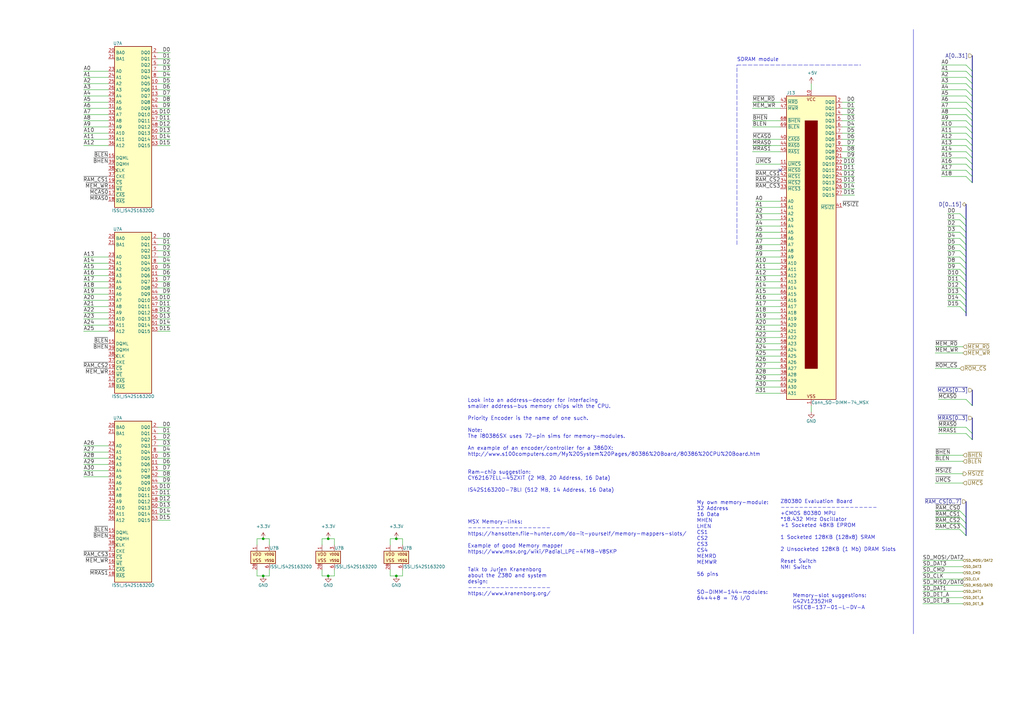
<source format=kicad_sch>
(kicad_sch (version 20211123) (generator eeschema)
  (paper "A3")
  (junction (at 107.95 236.22))
  (junction (at 107.95 220.98))
  (junction (at 134.62 220.98))
  (junction (at 162.56 236.22))
  (junction (at 162.56 220.98))
  (junction (at 134.62 236.22))
  (no_connect (at 320.04 69.85))
  (bus_entry (at 393.7 209.55) (size 2.54 2.54))
  (bus_entry (at 396.24 34.29) (size 2.54 2.54))
  (bus_entry (at 393.7 102.87) (size 2.54 2.54))
  (bus_entry (at 393.7 214.63) (size 2.54 2.54))
  (bus_entry (at 396.24 49.53) (size 2.54 2.54))
  (bus_entry (at 396.24 31.75) (size 2.54 2.54))
  (bus_entry (at 393.7 97.79) (size 2.54 2.54))
  (bus_entry (at 396.24 69.85) (size 2.54 2.54))
  (bus_entry (at 393.7 95.25) (size 2.54 2.54))
  (bus_entry (at 396.24 39.37) (size 2.54 2.54))
  (bus_entry (at 393.7 90.17) (size 2.54 2.54))
  (bus_entry (at 396.24 52.07) (size 2.54 2.54))
  (bus_entry (at 396.24 62.23) (size 2.54 2.54))
  (bus_entry (at 393.7 87.63) (size 2.54 2.54))
  (bus_entry (at 393.7 100.33) (size 2.54 2.54))
  (bus_entry (at 393.7 123.19) (size 2.54 2.54))
  (bus_entry (at 396.24 44.45) (size 2.54 2.54))
  (bus_entry (at 393.7 115.57) (size 2.54 2.54))
  (bus_entry (at 396.24 175.26) (size 2.54 2.54))
  (bus_entry (at 396.24 177.8) (size 2.54 2.54))
  (bus_entry (at 396.24 163.83) (size 2.54 2.54))
  (bus_entry (at 396.24 57.15) (size 2.54 2.54))
  (bus_entry (at 393.7 118.11) (size 2.54 2.54))
  (bus_entry (at 393.7 105.41) (size 2.54 2.54))
  (bus_entry (at 396.24 59.69) (size 2.54 2.54))
  (bus_entry (at 396.24 26.67) (size 2.54 2.54))
  (bus_entry (at 396.24 67.31) (size 2.54 2.54))
  (bus_entry (at 393.7 113.03) (size 2.54 2.54))
  (bus_entry (at 396.24 72.39) (size 2.54 2.54))
  (bus_entry (at 396.24 64.77) (size 2.54 2.54))
  (bus_entry (at 396.24 54.61) (size 2.54 2.54))
  (bus_entry (at 393.7 92.71) (size 2.54 2.54))
  (bus_entry (at 393.7 125.73) (size 2.54 2.54))
  (bus_entry (at 396.24 36.83) (size 2.54 2.54))
  (bus_entry (at 396.24 41.91) (size 2.54 2.54))
  (bus_entry (at 393.7 120.65) (size 2.54 2.54))
  (bus_entry (at 396.24 29.21) (size 2.54 2.54))
  (bus_entry (at 393.7 107.95) (size 2.54 2.54))
  (bus_entry (at 393.7 212.09) (size 2.54 2.54))
  (bus_entry (at 393.7 217.17) (size 2.54 2.54))
  (bus_entry (at 396.24 46.99) (size 2.54 2.54))
  (bus_entry (at 393.7 110.49) (size 2.54 2.54))
  (wire (pts (xy 107.95 220.98) (xy 110.49 220.98)))
  (bus (pts (xy 398.78 41.91) (xy 398.78 44.45)))
  (wire (pts (xy 393.7 87.63) (xy 388.62 87.63)))
  (wire (pts (xy 64.77 198.12) (xy 69.85 198.12)))
  (wire (pts (xy 64.77 125.73) (xy 69.85 125.73)))
  (wire (pts (xy 309.88 130.81) (xy 320.04 130.81)))
  (bus (pts (xy 396.24 90.17) (xy 396.24 92.71)))
  (wire (pts (xy 64.77 193.04) (xy 69.85 193.04)))
  (wire (pts (xy 64.77 135.89) (xy 69.85 135.89)))
  (wire (pts (xy 44.45 110.49) (xy 34.29 110.49)))
  (wire (pts (xy 165.1 220.98) (xy 165.1 223.52)))
  (wire (pts (xy 332.74 36.83) (xy 332.74 34.29)))
  (wire (pts (xy 393.7 107.95) (xy 388.62 107.95)))
  (wire (pts (xy 64.77 36.83) (xy 69.85 36.83)))
  (wire (pts (xy 34.29 193.04) (xy 44.45 193.04)))
  (bus (pts (xy 396.24 214.63) (xy 396.24 217.17)))
  (wire (pts (xy 34.29 185.42) (xy 44.45 185.42)))
  (wire (pts (xy 162.56 220.98) (xy 165.1 220.98)))
  (wire (pts (xy 34.29 125.73) (xy 44.45 125.73)))
  (wire (pts (xy 34.29 190.5) (xy 44.45 190.5)))
  (wire (pts (xy 396.24 52.07) (xy 386.08 52.07)))
  (wire (pts (xy 165.1 236.22) (xy 162.56 236.22)))
  (wire (pts (xy 396.24 26.67) (xy 386.08 26.67)))
  (bus (pts (xy 398.78 54.61) (xy 398.78 57.15)))
  (wire (pts (xy 309.88 151.13) (xy 320.04 151.13)))
  (wire (pts (xy 137.16 236.22) (xy 134.62 236.22)))
  (wire (pts (xy 105.41 220.98) (xy 105.41 223.52)))
  (wire (pts (xy 383.54 194.31) (xy 394.97 194.31)))
  (wire (pts (xy 64.77 180.34) (xy 69.85 180.34)))
  (wire (pts (xy 309.88 133.35) (xy 320.04 133.35)))
  (wire (pts (xy 378.46 247.65) (xy 394.97 247.65)))
  (bus (pts (xy 396.24 205.74) (xy 396.24 212.09)))
  (wire (pts (xy 393.7 90.17) (xy 388.62 90.17)))
  (wire (pts (xy 320.04 125.73) (xy 309.88 125.73)))
  (wire (pts (xy 110.49 220.98) (xy 110.49 223.52)))
  (wire (pts (xy 64.77 133.35) (xy 69.85 133.35)))
  (wire (pts (xy 320.04 87.63) (xy 309.88 87.63)))
  (bus (pts (xy 396.24 113.03) (xy 396.24 115.57)))
  (bus (pts (xy 396.24 100.33) (xy 396.24 102.87)))
  (wire (pts (xy 64.77 59.69) (xy 69.85 59.69)))
  (wire (pts (xy 44.45 31.75) (xy 34.29 31.75)))
  (wire (pts (xy 309.88 146.05) (xy 320.04 146.05)))
  (bus (pts (xy 396.24 105.41) (xy 396.24 107.95)))
  (wire (pts (xy 309.88 135.89) (xy 320.04 135.89)))
  (bus (pts (xy 398.78 59.69) (xy 398.78 62.23)))
  (wire (pts (xy 396.24 62.23) (xy 386.08 62.23)))
  (wire (pts (xy 396.24 31.75) (xy 386.08 31.75)))
  (wire (pts (xy 345.44 46.99) (xy 350.52 46.99)))
  (wire (pts (xy 320.04 92.71) (xy 309.88 92.71)))
  (wire (pts (xy 160.02 220.98) (xy 160.02 223.52)))
  (wire (pts (xy 378.46 234.95) (xy 394.97 234.95)))
  (bus (pts (xy 398.78 49.53) (xy 398.78 52.07)))
  (wire (pts (xy 64.77 57.15) (xy 69.85 57.15)))
  (wire (pts (xy 309.88 140.97) (xy 320.04 140.97)))
  (bus (pts (xy 398.78 72.39) (xy 398.78 74.93)))
  (wire (pts (xy 309.88 156.21) (xy 320.04 156.21)))
  (wire (pts (xy 64.77 182.88) (xy 69.85 182.88)))
  (wire (pts (xy 320.04 128.27) (xy 309.88 128.27)))
  (wire (pts (xy 393.7 110.49) (xy 388.62 110.49)))
  (wire (pts (xy 132.08 236.22) (xy 134.62 236.22)))
  (wire (pts (xy 393.7 209.55) (xy 383.54 209.55)))
  (bus (pts (xy 398.78 22.86) (xy 398.78 29.21)))
  (wire (pts (xy 320.04 57.15) (xy 308.61 57.15)))
  (wire (pts (xy 64.77 110.49) (xy 69.85 110.49)))
  (wire (pts (xy 44.45 49.53) (xy 34.29 49.53)))
  (wire (pts (xy 64.77 130.81) (xy 69.85 130.81)))
  (wire (pts (xy 64.77 177.8) (xy 69.85 177.8)))
  (wire (pts (xy 383.54 151.13) (xy 393.7 151.13)))
  (wire (pts (xy 64.77 97.79) (xy 69.85 97.79)))
  (wire (pts (xy 393.7 100.33) (xy 388.62 100.33)))
  (bus (pts (xy 396.24 97.79) (xy 396.24 100.33)))
  (wire (pts (xy 44.45 59.69) (xy 34.29 59.69)))
  (wire (pts (xy 110.49 236.22) (xy 107.95 236.22)))
  (bus (pts (xy 398.78 171.45) (xy 398.78 177.8)))
  (wire (pts (xy 44.45 54.61) (xy 34.29 54.61)))
  (wire (pts (xy 345.44 74.93) (xy 350.52 74.93)))
  (wire (pts (xy 394.97 186.69) (xy 383.54 186.69)))
  (wire (pts (xy 394.97 142.24) (xy 383.54 142.24)))
  (wire (pts (xy 44.45 29.21) (xy 34.29 29.21)))
  (bus (pts (xy 398.78 46.99) (xy 398.78 49.53)))
  (wire (pts (xy 107.95 220.98) (xy 105.41 220.98)))
  (wire (pts (xy 64.77 21.59) (xy 69.85 21.59)))
  (wire (pts (xy 64.77 107.95) (xy 69.85 107.95)))
  (wire (pts (xy 393.7 120.65) (xy 388.62 120.65)))
  (wire (pts (xy 64.77 118.11) (xy 69.85 118.11)))
  (wire (pts (xy 160.02 233.68) (xy 160.02 236.22)))
  (bus (pts (xy 398.78 52.07) (xy 398.78 54.61)))
  (wire (pts (xy 396.24 46.99) (xy 386.08 46.99)))
  (wire (pts (xy 396.24 44.45) (xy 386.08 44.45)))
  (wire (pts (xy 320.04 62.23) (xy 308.61 62.23)))
  (wire (pts (xy 320.04 85.09) (xy 309.88 85.09)))
  (wire (pts (xy 64.77 203.2) (xy 69.85 203.2)))
  (wire (pts (xy 165.1 233.68) (xy 165.1 236.22)))
  (wire (pts (xy 309.88 148.59) (xy 320.04 148.59)))
  (wire (pts (xy 320.04 110.49) (xy 309.88 110.49)))
  (wire (pts (xy 320.04 118.11) (xy 309.88 118.11)))
  (wire (pts (xy 34.29 135.89) (xy 44.45 135.89)))
  (wire (pts (xy 320.04 100.33) (xy 309.88 100.33)))
  (bus (pts (xy 398.78 160.02) (xy 398.78 166.37)))
  (wire (pts (xy 64.77 187.96) (xy 69.85 187.96)))
  (wire (pts (xy 309.88 158.75) (xy 320.04 158.75)))
  (wire (pts (xy 396.24 67.31) (xy 386.08 67.31)))
  (wire (pts (xy 132.08 220.98) (xy 132.08 223.52)))
  (bus (pts (xy 396.24 92.71) (xy 396.24 95.25)))
  (wire (pts (xy 44.45 46.99) (xy 34.29 46.99)))
  (bus (pts (xy 396.24 212.09) (xy 396.24 214.63)))
  (wire (pts (xy 378.46 229.87) (xy 394.97 229.87)))
  (wire (pts (xy 64.77 205.74) (xy 69.85 205.74)))
  (wire (pts (xy 320.04 90.17) (xy 309.88 90.17)))
  (wire (pts (xy 64.77 190.5) (xy 69.85 190.5)))
  (wire (pts (xy 160.02 236.22) (xy 162.56 236.22)))
  (wire (pts (xy 396.24 64.77) (xy 386.08 64.77)))
  (wire (pts (xy 383.54 214.63) (xy 393.7 214.63)))
  (wire (pts (xy 64.77 123.19) (xy 69.85 123.19)))
  (wire (pts (xy 64.77 113.03) (xy 69.85 113.03)))
  (bus (pts (xy 396.24 118.11) (xy 396.24 120.65)))
  (wire (pts (xy 309.88 138.43) (xy 320.04 138.43)))
  (bus (pts (xy 398.78 69.85) (xy 398.78 72.39)))
  (wire (pts (xy 137.16 233.68) (xy 137.16 236.22)))
  (wire (pts (xy 320.04 113.03) (xy 309.88 113.03)))
  (wire (pts (xy 320.04 107.95) (xy 309.88 107.95)))
  (wire (pts (xy 34.29 182.88) (xy 44.45 182.88)))
  (wire (pts (xy 394.97 189.23) (xy 383.54 189.23)))
  (wire (pts (xy 64.77 200.66) (xy 69.85 200.66)))
  (wire (pts (xy 44.45 34.29) (xy 34.29 34.29)))
  (bus (pts (xy 398.78 31.75) (xy 398.78 34.29)))
  (wire (pts (xy 393.7 95.25) (xy 388.62 95.25)))
  (wire (pts (xy 309.88 153.67) (xy 320.04 153.67)))
  (wire (pts (xy 64.77 34.29) (xy 69.85 34.29)))
  (bus (pts (xy 398.78 39.37) (xy 398.78 41.91)))
  (wire (pts (xy 393.7 105.41) (xy 388.62 105.41)))
  (wire (pts (xy 345.44 77.47) (xy 350.52 77.47)))
  (wire (pts (xy 44.45 115.57) (xy 34.29 115.57)))
  (bus (pts (xy 398.78 62.23) (xy 398.78 64.77)))
  (wire (pts (xy 396.24 175.26) (xy 384.81 175.26)))
  (wire (pts (xy 320.04 41.91) (xy 308.61 41.91)))
  (wire (pts (xy 105.41 236.22) (xy 107.95 236.22)))
  (wire (pts (xy 396.24 54.61) (xy 386.08 54.61)))
  (wire (pts (xy 345.44 44.45) (xy 350.52 44.45)))
  (wire (pts (xy 64.77 54.61) (xy 69.85 54.61)))
  (wire (pts (xy 64.77 39.37) (xy 69.85 39.37)))
  (wire (pts (xy 320.04 97.79) (xy 309.88 97.79)))
  (wire (pts (xy 396.24 39.37) (xy 386.08 39.37)))
  (wire (pts (xy 44.45 52.07) (xy 34.29 52.07)))
  (bus (pts (xy 398.78 177.8) (xy 398.78 180.34)))
  (wire (pts (xy 44.45 44.45) (xy 34.29 44.45)))
  (wire (pts (xy 64.77 41.91) (xy 69.85 41.91)))
  (wire (pts (xy 64.77 208.28) (xy 69.85 208.28)))
  (wire (pts (xy 34.29 133.35) (xy 44.45 133.35)))
  (wire (pts (xy 393.7 125.73) (xy 388.62 125.73)))
  (wire (pts (xy 34.29 123.19) (xy 44.45 123.19)))
  (wire (pts (xy 64.77 115.57) (xy 69.85 115.57)))
  (wire (pts (xy 44.45 36.83) (xy 34.29 36.83)))
  (wire (pts (xy 393.7 115.57) (xy 388.62 115.57)))
  (wire (pts (xy 34.29 128.27) (xy 44.45 128.27)))
  (wire (pts (xy 64.77 46.99) (xy 69.85 46.99)))
  (wire (pts (xy 396.24 36.83) (xy 386.08 36.83)))
  (polyline (pts (xy 374.65 12.065) (xy 374.65 259.969)) (stroke (width 0) (type solid)))
  (wire (pts (xy 132.08 233.68) (xy 132.08 236.22)))
  (wire (pts (xy 332.74 166.37) (xy 332.74 168.91)))
  (wire (pts (xy 64.77 213.36) (xy 69.85 213.36)))
  (wire (pts (xy 383.54 217.17) (xy 393.7 217.17)))
  (wire (pts (xy 134.62 220.98) (xy 137.16 220.98)))
  (wire (pts (xy 320.04 59.69) (xy 308.61 59.69)))
  (wire (pts (xy 110.49 233.68) (xy 110.49 236.22)))
  (wire (pts (xy 162.56 220.98) (xy 160.02 220.98)))
  (wire (pts (xy 378.46 245.11) (xy 394.97 245.11)))
  (wire (pts (xy 396.24 59.69) (xy 386.08 59.69)))
  (wire (pts (xy 309.88 67.31) (xy 320.04 67.31)))
  (bus (pts (xy 396.24 128.27) (xy 396.24 129.54)))
  (wire (pts (xy 64.77 24.13) (xy 69.85 24.13)))
  (wire (pts (xy 396.24 72.39) (xy 386.08 72.39)))
  (wire (pts (xy 34.29 120.65) (xy 44.45 120.65)))
  (wire (pts (xy 378.46 240.03) (xy 394.97 240.03)))
  (wire (pts (xy 64.77 210.82) (xy 69.85 210.82)))
  (wire (pts (xy 44.45 105.41) (xy 34.29 105.41)))
  (wire (pts (xy 378.46 232.41) (xy 394.97 232.41)))
  (wire (pts (xy 320.04 105.41) (xy 309.88 105.41)))
  (wire (pts (xy 44.45 118.11) (xy 34.29 118.11)))
  (wire (pts (xy 345.44 59.69) (xy 350.52 59.69)))
  (wire (pts (xy 320.04 49.53) (xy 308.61 49.53)))
  (wire (pts (xy 44.45 113.03) (xy 34.29 113.03)))
  (wire (pts (xy 396.24 163.83) (xy 384.81 163.83)))
  (wire (pts (xy 378.46 242.57) (xy 394.97 242.57)))
  (bus (pts (xy 396.24 125.73) (xy 396.24 128.27)))
  (wire (pts (xy 345.44 80.01) (xy 350.52 80.01)))
  (bus (pts (xy 398.78 44.45) (xy 398.78 46.99)))
  (wire (pts (xy 309.88 161.29) (xy 320.04 161.29)))
  (wire (pts (xy 64.77 105.41) (xy 69.85 105.41)))
  (bus (pts (xy 398.78 36.83) (xy 398.78 39.37)))
  (bus (pts (xy 396.24 102.87) (xy 396.24 105.41)))
  (wire (pts (xy 394.97 144.78) (xy 383.54 144.78)))
  (wire (pts (xy 396.24 49.53) (xy 386.08 49.53)))
  (wire (pts (xy 105.41 233.68) (xy 105.41 236.22)))
  (bus (pts (xy 396.24 83.82) (xy 396.24 90.17)))
  (wire (pts (xy 383.54 212.09) (xy 393.7 212.09)))
  (wire (pts (xy 44.45 39.37) (xy 34.29 39.37)))
  (wire (pts (xy 394.97 198.12) (xy 383.54 198.12)))
  (wire (pts (xy 44.45 107.95) (xy 34.29 107.95)))
  (polyline (pts (xy 302.26 26.67) (xy 353.06 26.67)))
  (bus (pts (xy 396.24 123.19) (xy 396.24 125.73)))
  (wire (pts (xy 320.04 102.87) (xy 309.88 102.87)))
  (wire (pts (xy 320.04 123.19) (xy 309.88 123.19)))
  (wire (pts (xy 320.04 82.55) (xy 309.88 82.55)))
  (bus (pts (xy 398.78 29.21) (xy 398.78 31.75)))
  (wire (pts (xy 345.44 57.15) (xy 350.52 57.15)))
  (wire (pts (xy 396.24 177.8) (xy 384.81 177.8)))
  (wire (pts (xy 320.04 44.45) (xy 308.61 44.45)))
  (wire (pts (xy 393.7 97.79) (xy 388.62 97.79)))
  (wire (pts (xy 34.29 130.81) (xy 44.45 130.81)))
  (wire (pts (xy 396.24 29.21) (xy 386.08 29.21)))
  (bus (pts (xy 396.24 115.57) (xy 396.24 118.11)))
  (bus (pts (xy 398.78 34.29) (xy 398.78 36.83)))
  (bus (pts (xy 396.24 217.17) (xy 396.24 219.71)))
  (wire (pts (xy 34.29 195.58) (xy 44.45 195.58)))
  (wire (pts (xy 64.77 102.87) (xy 69.85 102.87)))
  (wire (pts (xy 44.45 41.91) (xy 34.29 41.91)))
  (wire (pts (xy 64.77 44.45) (xy 69.85 44.45)))
  (wire (pts (xy 320.04 115.57) (xy 309.88 115.57)))
  (wire (pts (xy 393.7 102.87) (xy 388.62 102.87)))
  (wire (pts (xy 64.77 175.26) (xy 69.85 175.26)))
  (bus (pts (xy 396.24 120.65) (xy 396.24 123.19)))
  (wire (pts (xy 320.04 52.07) (xy 308.61 52.07)))
  (wire (pts (xy 345.44 67.31) (xy 350.52 67.31)))
  (wire (pts (xy 396.24 69.85) (xy 386.08 69.85)))
  (wire (pts (xy 393.7 123.19) (xy 388.62 123.19)))
  (wire (pts (xy 309.88 143.51) (xy 320.04 143.51)))
  (wire (pts (xy 137.16 220.98) (xy 137.16 223.52)))
  (wire (pts (xy 345.44 64.77) (xy 350.52 64.77)))
  (wire (pts (xy 396.24 41.91) (xy 386.08 41.91)))
  (wire (pts (xy 44.45 57.15) (xy 34.29 57.15)))
  (wire (pts (xy 396.24 57.15) (xy 386.08 57.15)))
  (wire (pts (xy 396.24 34.29) (xy 386.08 34.29)))
  (wire (pts (xy 64.77 29.21) (xy 69.85 29.21)))
  (wire (pts (xy 64.77 52.07) (xy 69.85 52.07)))
  (wire (pts (xy 378.46 237.49) (xy 394.97 237.49)))
  (wire (pts (xy 345.44 41.91) (xy 350.52 41.91)))
  (wire (pts (xy 64.77 195.58) (xy 69.85 195.58)))
  (bus (pts (xy 396.24 107.95) (xy 396.24 110.49)))
  (wire (pts (xy 64.77 31.75) (xy 69.85 31.75)))
  (wire (pts (xy 345.44 62.23) (xy 350.52 62.23)))
  (wire (pts (xy 64.77 120.65) (xy 69.85 120.65)))
  (wire (pts (xy 64.77 49.53) (xy 69.85 49.53)))
  (bus (pts (xy 396.24 110.49) (xy 396.24 113.03)))
  (wire (pts (xy 320.04 120.65) (xy 309.88 120.65)))
  (wire (pts (xy 345.44 52.07) (xy 350.52 52.07)))
  (wire (pts (xy 64.77 26.67) (xy 69.85 26.67)))
  (wire (pts (xy 320.04 95.25) (xy 309.88 95.25)))
  (wire (pts (xy 393.7 113.03) (xy 388.62 113.03)))
  (wire (pts (xy 345.44 54.61) (xy 350.52 54.61)))
  (wire (pts (xy 134.62 220.98) (xy 132.08 220.98)))
  (wire (pts (xy 64.77 128.27) (xy 69.85 128.27)))
  (wire (pts (xy 345.44 49.53) (xy 350.52 49.53)))
  (wire (pts (xy 34.29 187.96) (xy 44.45 187.96)))
  (wire (pts (xy 64.77 100.33) (xy 69.85 100.33)))
  (wire (pts (xy 345.44 72.39) (xy 350.52 72.39)))
  (bus (pts (xy 396.24 95.25) (xy 396.24 97.79)))
  (bus (pts (xy 398.78 64.77) (xy 398.78 67.31)))
  (polyline (pts (xy 302.26 100.33) (xy 302.26 26.67)))
  (bus (pts (xy 398.78 57.15) (xy 398.78 59.69)))
  (wire (pts (xy 64.77 185.42) (xy 69.85 185.42)))
  (wire (pts (xy 393.7 92.71) (xy 388.62 92.71)))
  (wire (pts (xy 345.44 69.85) (xy 350.52 69.85)))
  (bus (pts (xy 398.78 67.31) (xy 398.78 69.85)))
  (wire (pts (xy 393.7 118.11) (xy 388.62 118.11)))
  (text "Z80380 Evaluation Board\n---------------------\n+CMOS 80380 MPU\n*18.432 MHz Oscillator\n+1 Socketed 48KB EPROM\n\n1 Socketed 128KB (128x8) SRAM\n\n2 Unsocketed 128KB (1 Mb) DRAM Slots\n\nReset Switch\nNMI Switch" (at 320.04 233.68 0) (effects (font (size 1.524 1.524)) (justify left bottom)))
  (text "Look into an address-decoder for interfacing \nsmaller address-bus memory chips with the CPU.\n\nPriority Encoder is the name of one such.\n\nNote:\nThe i80386SX uses 72-pin sims for memory-modules.\n\nAn example of an encoder/controller for a 386DX:\nhttp://www.s100computers.com/My%20System%20Pages/80386%20Board/80386%20CPU%20Board.htm\n\n\nRam-chip suggestion:\nCY62167ELL-45ZXIT (2 MB, 20 Address, 16 Data)\n\nIS42S16320D-7BLI (512 MB, 14 Address, 16 Data)\n\n" (at 191.77 204.47 0) (effects (font (size 1.524 1.524)) (justify left bottom)))
  (text "MSX Memory-links:\n------------------\nhttps://hansotten.file-hunter.com/do-it-yourself/memory-mappers-slots/\n\nExample of good Memory mapper\nhttps://www.msx.org/wiki/Padial_LPE-4FMB-V8SKP" (at 191.77 227.33 0) (effects (font (size 1.524 1.524)) (justify left bottom)))
  (text "Memory-slot suggestions:\nG42V12352HR\nHSEC8-137-01-L-DV-A" (at 325.12 250.19 0) (effects (font (size 1.524 1.524)) (justify left bottom)))
  (text "Talk to Jurjen Kranenborg \nabout the Z380 and system\ndesign:\n------------------\nhttps://www.kranenborg.org/" (at 191.77 244.475 0) (effects (font (size 1.524 1.524)) (justify left bottom)))
  (text "SDRAM module" (at 302.26 25.4 0) (effects (font (size 1.524 1.524)) (justify left bottom)))
  (text "My own memory-module:\n32 Address\n16 Data\nMHEN\nLHEN\nCS1\nCS2\nCS3\nCS4\nMEMRD\nMEMWR\n\n56 pins\n\n\nSO-DIMM-144-modules:\n64+4+8 = 76 I/O" (at 285.75 246.38 0) (effects (font (size 1.524 1.524)) (justify left bottom)))
  (label "A27" (at 309.88 151.13 0) (effects (font (size 1.524 1.524))))
  (label "D4" (at 69.85 107.95 180) (effects (font (size 1.524 1.524))))
  (label "D1" (at 350.52 44.45 180) (effects (font (size 1.524 1.524))))
  (label "~{MEM_RD}" (at 308.61 41.91 0) (effects (font (size 1.524 1.524))))
  (label "D10" (at 69.85 200.66 180) (effects (font (size 1.524 1.524))))
  (label "~{RAM_CS0}" (at 383.54 209.55 0) (effects (font (size 1.524 1.524))))
  (label "A16" (at 309.88 123.19 0) (effects (font (size 1.524 1.524))))
  (label "A9" (at 34.29 52.07 0) (effects (font (size 1.524 1.524))))
  (label "D11" (at 69.85 49.53 180) (effects (font (size 1.524 1.524))))
  (label "A10" (at 386.08 52.07 0) (effects (font (size 1.524 1.524))))
  (label "A3" (at 386.08 34.29 0) (effects (font (size 1.524 1.524))))
  (label "D12" (at 69.85 52.07 180) (effects (font (size 1.524 1.524))))
  (label "A0" (at 34.29 29.21 0) (effects (font (size 1.524 1.524))))
  (label "D3" (at 69.85 29.21 180) (effects (font (size 1.524 1.524))))
  (label "D6" (at 388.62 102.87 0) (effects (font (size 1.524 1.524))))
  (label "SD_CMD" (at 378.46 234.95 0) (effects (font (size 1.524 1.524))))
  (label "A1" (at 386.08 29.21 0) (effects (font (size 1.524 1.524))))
  (label "D15" (at 388.62 125.73 0) (effects (font (size 1.524 1.524))))
  (label "D15" (at 69.85 59.69 180) (effects (font (size 1.524 1.524))))
  (label "~{MRAS0}" (at 44.45 82.55 180) (effects (font (size 1.524 1.524))))
  (label "A23" (at 309.88 140.97 0) (effects (font (size 1.524 1.524))))
  (label "A8" (at 309.88 102.87 0) (effects (font (size 1.524 1.524))))
  (label "D12" (at 350.52 72.39 180) (effects (font (size 1.524 1.524))))
  (label "A1" (at 309.88 85.09 0) (effects (font (size 1.524 1.524))))
  (label "A13" (at 386.08 59.69 0) (effects (font (size 1.524 1.524))))
  (label "A18" (at 386.08 72.39 0) (effects (font (size 1.524 1.524))))
  (label "A2" (at 309.88 87.63 0) (effects (font (size 1.524 1.524))))
  (label "~{MRAS0}" (at 308.61 59.69 0) (effects (font (size 1.524 1.524))))
  (label "A31" (at 34.29 195.58 0) (effects (font (size 1.524 1.524))))
  (label "~{UMCS}" (at 309.88 67.31 0) (effects (font (size 1.524 1.524))))
  (label "~{BHEN}" (at 308.61 49.53 0) (effects (font (size 1.524 1.524))))
  (label "A19" (at 309.88 130.81 0) (effects (font (size 1.524 1.524))))
  (label "D15" (at 69.85 135.89 180) (effects (font (size 1.524 1.524))))
  (label "A30" (at 34.29 193.04 0) (effects (font (size 1.524 1.524))))
  (label "A17" (at 386.08 69.85 0) (effects (font (size 1.524 1.524))))
  (label "A31" (at 309.88 161.29 0) (effects (font (size 1.524 1.524))))
  (label "D6" (at 350.52 57.15 180) (effects (font (size 1.524 1.524))))
  (label "~{BHEN}" (at 44.45 67.31 180) (effects (font (size 1.524 1.524))))
  (label "~{MEM_WR}" (at 44.45 153.67 180) (effects (font (size 1.524 1.524))))
  (label "A27" (at 34.29 185.42 0) (effects (font (size 1.524 1.524))))
  (label "A10" (at 34.29 54.61 0) (effects (font (size 1.524 1.524))))
  (label "~{BHEN}" (at 44.45 220.98 180) (effects (font (size 1.524 1.524))))
  (label "~{RAM_CS2}" (at 383.54 214.63 0) (effects (font (size 1.524 1.524))))
  (label "D1" (at 69.85 177.8 180) (effects (font (size 1.524 1.524))))
  (label "A3" (at 34.29 36.83 0) (effects (font (size 1.524 1.524))))
  (label "A11" (at 34.29 57.15 0) (effects (font (size 1.524 1.524))))
  (label "D14" (at 69.85 57.15 180) (effects (font (size 1.524 1.524))))
  (label "D12" (at 388.62 118.11 0) (effects (font (size 1.524 1.524))))
  (label "A12" (at 386.08 57.15 0) (effects (font (size 1.524 1.524))))
  (label "D14" (at 69.85 133.35 180) (effects (font (size 1.524 1.524))))
  (label "D11" (at 69.85 125.73 180) (effects (font (size 1.524 1.524))))
  (label "~{MRAS0}" (at 384.81 175.26 0) (effects (font (size 1.524 1.524))))
  (label "D2" (at 350.52 46.99 180) (effects (font (size 1.524 1.524))))
  (label "A12" (at 34.29 59.69 0) (effects (font (size 1.524 1.524))))
  (label "D0" (at 69.85 21.59 180) (effects (font (size 1.524 1.524))))
  (label "D14" (at 350.52 77.47 180) (effects (font (size 1.524 1.524))))
  (label "A7" (at 34.29 46.99 0) (effects (font (size 1.524 1.524))))
  (label "A13" (at 309.88 115.57 0) (effects (font (size 1.524 1.524))))
  (label "A9" (at 386.08 49.53 0) (effects (font (size 1.524 1.524))))
  (label "D5" (at 69.85 110.49 180) (effects (font (size 1.524 1.524))))
  (label "~{MEM_WR}" (at 44.45 77.47 180) (effects (font (size 1.524 1.524))))
  (label "A6" (at 386.08 41.91 0) (effects (font (size 1.524 1.524))))
  (label "D4" (at 69.85 185.42 180) (effects (font (size 1.524 1.524))))
  (label "D9" (at 69.85 44.45 180) (effects (font (size 1.524 1.524))))
  (label "A26" (at 309.88 148.59 0) (effects (font (size 1.524 1.524))))
  (label "D7" (at 69.85 39.37 180) (effects (font (size 1.524 1.524))))
  (label "A14" (at 34.29 107.95 0) (effects (font (size 1.524 1.524))))
  (label "D5" (at 350.52 54.61 180) (effects (font (size 1.524 1.524))))
  (label "A21" (at 309.88 135.89 0) (effects (font (size 1.524 1.524))))
  (label "D11" (at 69.85 203.2 180) (effects (font (size 1.524 1.524))))
  (label "~{MRAS1}" (at 384.81 177.8 0) (effects (font (size 1.524 1.524))))
  (label "D2" (at 69.85 180.34 180) (effects (font (size 1.524 1.524))))
  (label "D2" (at 69.85 102.87 180) (effects (font (size 1.524 1.524))))
  (label "D5" (at 388.62 100.33 0) (effects (font (size 1.524 1.524))))
  (label "SD_DAT1" (at 378.46 242.57 0) (effects (font (size 1.524 1.524))))
  (label "A17" (at 309.88 125.73 0) (effects (font (size 1.524 1.524))))
  (label "~{MEM_WR}" (at 44.45 231.14 180) (effects (font (size 1.524 1.524))))
  (label "D0" (at 69.85 175.26 180) (effects (font (size 1.524 1.524))))
  (label "A16" (at 34.29 113.03 0) (effects (font (size 1.524 1.524))))
  (label "D7" (at 69.85 193.04 180) (effects (font (size 1.524 1.524))))
  (label "~{MEM_RD}" (at 383.54 142.24 0) (effects (font (size 1.524 1.524))))
  (label "D3" (at 350.52 49.53 180) (effects (font (size 1.524 1.524))))
  (label "D11" (at 350.52 69.85 180) (effects (font (size 1.524 1.524))))
  (label "D13" (at 69.85 54.61 180) (effects (font (size 1.524 1.524))))
  (label "D12" (at 69.85 205.74 180) (effects (font (size 1.524 1.524))))
  (label "D14" (at 388.62 123.19 0) (effects (font (size 1.524 1.524))))
  (label "A16" (at 386.08 67.31 0) (effects (font (size 1.524 1.524))))
  (label "D14" (at 69.85 210.82 180) (effects (font (size 1.524 1.524))))
  (label "A24" (at 34.29 133.35 0) (effects (font (size 1.524 1.524))))
  (label "~{MRAS1}" (at 308.61 62.23 0) (effects (font (size 1.524 1.524))))
  (label "A25" (at 309.88 146.05 0) (effects (font (size 1.524 1.524))))
  (label "A28" (at 34.29 187.96 0) (effects (font (size 1.524 1.524))))
  (label "D6" (at 69.85 113.03 180) (effects (font (size 1.524 1.524))))
  (label "D3" (at 388.62 95.25 0) (effects (font (size 1.524 1.524))))
  (label "A5" (at 309.88 95.25 0) (effects (font (size 1.524 1.524))))
  (label "~{RAM_CS1}" (at 320.04 72.39 180) (effects (font (size 1.524 1.524))))
  (label "D8" (at 69.85 118.11 180) (effects (font (size 1.524 1.524))))
  (label "A4" (at 34.29 39.37 0) (effects (font (size 1.524 1.524))))
  (label "A18" (at 309.88 128.27 0) (effects (font (size 1.524 1.524))))
  (label "A5" (at 34.29 41.91 0) (effects (font (size 1.524 1.524))))
  (label "D13" (at 69.85 130.81 180) (effects (font (size 1.524 1.524))))
  (label "~{BHEN}" (at 383.54 186.69 0) (effects (font (size 1.524 1.524))))
  (label "D4" (at 350.52 52.07 180) (effects (font (size 1.524 1.524))))
  (label "D6" (at 69.85 36.83 180) (effects (font (size 1.524 1.524))))
  (label "D13" (at 350.52 74.93 180) (effects (font (size 1.524 1.524))))
  (label "A14" (at 386.08 62.23 0) (effects (font (size 1.524 1.524))))
  (label "D8" (at 69.85 41.91 180) (effects (font (size 1.524 1.524))))
  (label "A18" (at 34.29 118.11 0) (effects (font (size 1.524 1.524))))
  (label "~{BLEN}" (at 44.45 64.77 180) (effects (font (size 1.524 1.524))))
  (label "D6" (at 69.85 190.5 180) (effects (font (size 1.524 1.524))))
  (label "A11" (at 386.08 54.61 0) (effects (font (size 1.524 1.524))))
  (label "D5" (at 69.85 187.96 180) (effects (font (size 1.524 1.524))))
  (label "A6" (at 309.88 97.79 0) (effects (font (size 1.524 1.524))))
  (label "A14" (at 309.88 118.11 0) (effects (font (size 1.524 1.524))))
  (label "SD_CLK" (at 378.46 237.49 0) (effects (font (size 1.524 1.524))))
  (label "A21" (at 34.29 125.73 0) (effects (font (size 1.524 1.524))))
  (label "~{MCAS0}" (at 384.81 163.83 0) (effects (font (size 1.524 1.524))))
  (label "SD_DAT3" (at 378.46 232.41 0) (effects (font (size 1.524 1.524))))
  (label "D9" (at 350.52 64.77 180) (effects (font (size 1.524 1.524))))
  (label "A4" (at 309.88 92.71 0) (effects (font (size 1.524 1.524))))
  (label "~{UMCS}" (at 383.54 198.12 0) (effects (font (size 1.524 1.524))))
  (label "~{RAM_CS3}" (at 44.45 228.6 180) (effects (font (size 1.524 1.524))))
  (label "D4" (at 388.62 97.79 0) (effects (font (size 1.524 1.524))))
  (label "A15" (at 386.08 64.77 0) (effects (font (size 1.524 1.524))))
  (label "A17" (at 34.29 115.57 0) (effects (font (size 1.524 1.524))))
  (label "D10" (at 69.85 46.99 180) (effects (font (size 1.524 1.524))))
  (label "~{MSIZE}" (at 345.44 85.09 0) (effects (font (size 1.524 1.524))))
  (label "D9" (at 388.62 110.49 0) (effects (font (size 1.524 1.524))))
  (label "~{RAM_CS2}" (at 44.45 151.13 180) (effects (font (size 1.524 1.524))))
  (label "A29" (at 34.29 190.5 0) (effects (font (size 1.524 1.524))))
  (label "D7" (at 69.85 115.57 180) (effects (font (size 1.524 1.524))))
  (label "D5" (at 69.85 34.29 180) (effects (font (size 1.524 1.524))))
  (label "D7" (at 388.62 105.41 0) (effects (font (size 1.524 1.524))))
  (label "D13" (at 69.85 208.28 180) (effects (font (size 1.524 1.524))))
  (label "D9" (at 69.85 198.12 180) (effects (font (size 1.524 1.524))))
  (label "D10" (at 350.52 67.31 180) (effects (font (size 1.524 1.524))))
  (label "D8" (at 69.85 195.58 180) (effects (font (size 1.524 1.524))))
  (label "~{MCAS0}" (at 308.61 57.15 0) (effects (font (size 1.524 1.524))))
  (label "A23" (at 34.29 130.81 0) (effects (font (size 1.524 1.524))))
  (label "D2" (at 69.85 26.67 180) (effects (font (size 1.524 1.524))))
  (label "D2" (at 388.62 92.71 0) (effects (font (size 1.524 1.524))))
  (label "SD_DET_B" (at 378.46 247.65 0) (effects (font (size 1.524 1.524))))
  (label "D13" (at 388.62 120.65 0) (effects (font (size 1.524 1.524))))
  (label "A22" (at 34.29 128.27 0) (effects (font (size 1.524 1.524))))
  (label "D11" (at 388.62 115.57 0) (effects (font (size 1.524 1.524))))
  (label "A20" (at 309.88 133.35 0) (effects (font (size 1.524 1.524))))
  (label "D0" (at 69.85 97.79 180) (effects (font (size 1.524 1.524))))
  (label "A6" (at 34.29 44.45 0) (effects (font (size 1.524 1.524))))
  (label "~{BLEN}" (at 44.45 140.97 180) (effects (font (size 1.524 1.524))))
  (label "A24" (at 309.88 143.51 0) (effects (font (size 1.524 1.524))))
  (label "A5" (at 386.08 39.37 0) (effects (font (size 1.524 1.524))))
  (label "SD_MISO{slash}DAT0" (at 378.46 240.03 0) (effects (font (size 1.524 1.524))))
  (label "~{ROM_CS}" (at 383.54 151.13 0) (effects (font (size 1.524 1.524))))
  (label "A0" (at 309.88 82.55 0) (effects (font (size 1.524 1.524))))
  (label "~{RAM_CS1}" (at 383.54 212.09 0) (effects (font (size 1.524 1.524))))
  (label "~{BLEN}" (at 383.54 189.23 0) (effects (font (size 1.524 1.524))))
  (label "A11" (at 309.88 110.49 0) (effects (font (size 1.524 1.524))))
  (label "~{MSIZE}" (at 383.54 194.31 0) (effects (font (size 1.524 1.524))))
  (label "~{MEM_WR}" (at 383.54 144.78 0) (effects (font (size 1.524 1.524))))
  (label "D1" (at 388.62 90.17 0) (effects (font (size 1.524 1.524))))
  (label "D0" (at 350.52 41.91 180) (effects (font (size 1.524 1.524))))
  (label "A10" (at 309.88 107.95 0) (effects (font (size 1.524 1.524))))
  (label "SD_DET_A" (at 378.46 245.11 0) (effects (font (size 1.524 1.524))))
  (label "D10" (at 69.85 123.19 180) (effects (font (size 1.524 1.524))))
  (label "A22" (at 309.88 138.43 0) (effects (font (size 1.524 1.524))))
  (label "SD_MOSI{slash}DAT2" (at 378.46 229.87 0) (effects (font (size 1.524 1.524))))
  (label "D15" (at 69.85 213.36 180) (effects (font (size 1.524 1.524))))
  (label "D3" (at 69.85 182.88 180) (effects (font (size 1.524 1.524))))
  (label "D0" (at 388.62 87.63 0) (effects (font (size 1.524 1.524))))
  (label "~{BLEN}" (at 44.45 218.44 180) (effects (font (size 1.524 1.524))))
  (label "A26" (at 34.29 182.88 0) (effects (font (size 1.524 1.524))))
  (label "A15" (at 309.88 120.65 0) (effects (font (size 1.524 1.524))))
  (label "~{MCAS0}" (at 44.45 80.01 180) (effects (font (size 1.524 1.524))))
  (label "A28" (at 309.88 153.67 0) (effects (font (size 1.524 1.524))))
  (label "A30" (at 309.88 158.75 0) (effects (font (size 1.524 1.524))))
  (label "A8" (at 34.29 49.53 0) (effects (font (size 1.524 1.524))))
  (label "A7" (at 309.88 100.33 0) (effects (font (size 1.524 1.524))))
  (label "A1" (at 34.29 31.75 0) (effects (font (size 1.524 1.524))))
  (label "D8" (at 350.52 62.23 180) (effects (font (size 1.524 1.524))))
  (label "A3" (at 309.88 90.17 0) (effects (font (size 1.524 1.524))))
  (label "~{BLEN}" (at 308.61 52.07 0) (effects (font (size 1.524 1.524))))
  (label "D12" (at 69.85 128.27 180) (effects (font (size 1.524 1.524))))
  (label "A8" (at 386.08 46.99 0) (effects (font (size 1.524 1.524))))
  (label "A2" (at 34.29 34.29 0) (effects (font (size 1.524 1.524))))
  (label "D7" (at 350.52 59.69 180) (effects (font (size 1.524 1.524))))
  (label "~{BHEN}" (at 44.45 143.51 180) (effects (font (size 1.524 1.524))))
  (label "A29" (at 309.88 156.21 0) (effects (font (size 1.524 1.524))))
  (label "D1" (at 69.85 100.33 180) (effects (font (size 1.524 1.524))))
  (label "D3" (at 69.85 105.41 180) (effects (font (size 1.524 1.524))))
  (label "~{RAM_CS3}" (at 383.54 217.17 0) (effects (font (size 1.524 1.524))))
  (label "A20" (at 34.29 123.19 0) (effects (font (size 1.524 1.524))))
  (label "A19" (at 34.29 120.65 0) (effects (font (size 1.524 1.524))))
  (label "D1" (at 69.85 24.13 180) (effects (font (size 1.524 1.524))))
  (label "A13" (at 34.29 105.41 0) (effects (font (size 1.524 1.524))))
  (label "~{MEM_WR}" (at 308.61 44.45 0) (effects (font (size 1.524 1.524))))
  (label "~{RAM_CS1}" (at 44.45 74.93 180) (effects (font (size 1.524 1.524))))
  (label "A7" (at 386.08 44.45 0) (effects (font (size 1.524 1.524))))
  (label "A9" (at 309.88 105.41 0) (effects (font (size 1.524 1.524))))
  (label "D15" (at 350.52 80.01 180) (effects (font (size 1.524 1.524))))
  (label "D9" (at 69.85 120.65 180) (effects (font (size 1.524 1.524))))
  (label "A0" (at 386.08 26.67 0) (effects (font (size 1.524 1.524))))
  (label "A12" (at 309.88 113.03 0) (effects (font (size 1.524 1.524))))
  (label "D10" (at 388.62 113.03 0) (effects (font (size 1.524 1.524))))
  (label "A25" (at 34.29 135.89 0) (effects (font (size 1.524 1.524))))
  (label "D4" (at 69.85 31.75 180) (effects (font (size 1.524 1.524))))
  (label "A15" (at 34.29 110.49 0) (effects (font (size 1.524 1.524))))
  (label "A2" (at 386.08 31.75 0) (effects (font (size 1.524 1.524))))
  (label "A4" (at 386.08 36.83 0) (effects (font (size 1.524 1.524))))
  (label "~{RAM_CS3}" (at 320.04 77.47 180) (effects (font (size 1.524 1.524))))
  (label "D8" (at 388.62 107.95 0) (effects (font (size 1.524 1.524))))
  (label "~{MRAS1}" (at 44.45 236.22 180) (effects (font (size 1.524 1.524))))
  (label "~{RAM_CS2}" (at 320.04 74.93 180) (effects (font (size 1.524 1.524))))
  (hierarchical_label "~{MEM_RD}" (shape input) (at 394.97 142.24 0) (effects (font (size 1.524 1.524))))
  (hierarchical_label "SD_DET_A" (shape input) (at 394.97 245.11 0) (effects (font (size 1 1))))
  (hierarchical_label "SD_CLK" (shape input) (at 394.97 237.49 0) (effects (font (size 1 1))))
  (hierarchical_label "~{RAM_CS[0..7]}" (shape input) (at 396.24 205.74 180) (effects (font (size 1.524 1.524))))
  (hierarchical_label "SD_MOSI{slash}DAT2" (shape input) (at 394.97 229.87 0) (effects (font (size 1 1))))
  (hierarchical_label "~{MEM_WR}" (shape input) (at 394.97 144.78 0) (effects (font (size 1.524 1.524))))
  (hierarchical_label "SD_DAT3" (shape input) (at 394.97 232.41 0) (effects (font (size 1 1))))
  (hierarchical_label "D[0..15]" (shape bidirectional) (at 396.24 83.82 180) (effects (font (size 1.524 1.524))))
  (hierarchical_label "~{BHEN}" (shape input) (at 394.97 186.69 0) (effects (font (size 1.524 1.524))))
  (hierarchical_label "~{UMCS}" (shape input) (at 394.97 198.12 0) (effects (font (size 1.524 1.524))))
  (hierarchical_label "~{MRAS[0..3]}" (shape input) (at 398.78 171.45 180) (effects (font (size 1.524 1.524))))
  (hierarchical_label "A[0..31]" (shape input) (at 398.78 22.86 180) (effects (font (size 1.524 1.524))))
  (hierarchical_label "SD_MISO{slash}DAT0" (shape input) (at 394.97 240.03 0) (effects (font (size 1 1))))
  (hierarchical_label "SD_CMD" (shape input) (at 394.97 234.95 0) (effects (font (size 1 1))))
  (hierarchical_label "~{ROM_CS}" (shape input) (at 393.7 151.13 0) (effects (font (size 1.524 1.524))))
  (hierarchical_label "SD_DAT1" (shape input) (at 394.97 242.57 0) (effects (font (size 1 1))))
  (hierarchical_label "~{MSIZE}" (shape output) (at 394.97 194.31 0) (effects (font (size 1.524 1.524))))
  (hierarchical_label "~{MCAS[0..3]}" (shape input) (at 398.78 160.02 180) (effects (font (size 1.524 1.524))))
  (hierarchical_label "~{BLEN}" (shape input) (at 394.97 189.23 0) (effects (font (size 1.524 1.524))))
  (hierarchical_label "SD_DET_B" (shape input) (at 394.97 247.65 0) (effects (font (size 1 1))))
  (symbol (lib_id "power:GND") (at 107.95 236.22 0) (unit 1)
    (property "Reference" "#PWR?" (effects hide))
    (property "Value" "GND" (at 107.95 240.03 0))
  )
  (symbol (lib_id "power:GND") (at 332.74 168.91 0) (unit 1)
    (property "Reference" "#PWR029" (effects hide))
    (property "Value" "GND" (at 332.74 172.72 0))
  )
  (symbol (lib_name "ISSI_IS42S16320D_1") (lib_id "LRJ-parts:ISSI_IS42S16320D") (at 107.95 228.6 0) (unit 2)
    (property "Reference" "U?" (at 110.49 224.79 0) (effects (justify left)))
    (property "Value" "ISSI_IS42S16320D" (at 110.49 232.41 0) (effects (justify left)))
    (property "Footprint" "Package_SO:TSOP-II-54_22.2x10.16mm_P0.8mm" (effects hide))
    (property "Datasheet" "https://www.mouser.se/datasheet/2/198/42-45R-S_86400D-16320D-32160D-258456.pdf" (effects hide))
    (property "Status" "Active" (effects hide))
    (property "Voltage Rating" "3.3V" (effects hide))
    (property "MPN" "\nIS42S16320D-7TLI" (effects hide))
    (property "Manufacturer" "Microchip Technology" (effects hide))
    (property "Description" "DRAM 64MB (32x16) 143MHz SDR SDRAM, 3.3V" (effects hide))
  )
  (symbol (lib_id "LRJ-parts:ISSI_IS42S16320D") (at 54.61 125.73 0) (unit 1)
    (property "Reference" "U?" (at 48.26 93.98 0))
    (property "Value" "ISSI_IS42S16320D" (at 54.61 162.56 0))
    (property "Footprint" "Package_SO:TSOP-II-54_22.2x10.16mm_P0.8mm" (effects hide))
    (property "Datasheet" "https://www.mouser.se/datasheet/2/198/42-45R-S_86400D-16320D-32160D-258456.pdf" (effects hide))
    (property "Status" "Active" (effects hide))
    (property "Voltage Rating" "3.3V" (effects hide))
    (property "MPN" "\nIS42S16320D-7TLI" (effects hide))
    (property "Manufacturer" "Microchip Technology" (effects hide))
    (property "Description" "DRAM 64MB (32x16) 143MHz SDR SDRAM, 3.3V" (effects hide))
  )
  (symbol (lib_id "power:+5V") (at 332.74 34.29 0) (unit 1)
    (property "Reference" "#PWR017" (effects hide))
    (property "Value" "+5V" (at 333.121 29.8958 0))
  )
  (symbol (lib_id "power:+3.3V") (at 162.56 220.98 0) (unit 1)
    (property "Reference" "#PWR?" (effects hide))
    (property "Value" "+3.3V" (at 162.56 215.9 0))
  )
  (symbol (lib_id "power:GND") (at 134.62 236.22 0) (unit 1)
    (property "Reference" "#PWR?" (effects hide))
    (property "Value" "GND" (at 134.62 240.03 0))
  )
  (symbol (lib_name "ISSI_IS42S16320D_1") (lib_id "LRJ-parts:ISSI_IS42S16320D") (at 134.62 228.6 0) (unit 2)
    (property "Reference" "U?" (at 137.16 224.79 0) (effects (justify left)))
    (property "Value" "ISSI_IS42S16320D" (at 137.16 232.41 0) (effects (justify left)))
    (property "Footprint" "Package_SO:TSOP-II-54_22.2x10.16mm_P0.8mm" (effects hide))
    (property "Datasheet" "https://www.mouser.se/datasheet/2/198/42-45R-S_86400D-16320D-32160D-258456.pdf" (effects hide))
    (property "Status" "Active" (effects hide))
    (property "Voltage Rating" "3.3V" (effects hide))
    (property "MPN" "\nIS42S16320D-7TLI" (effects hide))
    (property "Manufacturer" "Microchip Technology" (effects hide))
    (property "Description" "DRAM 64MB (32x16) 143MHz SDR SDRAM, 3.3V" (effects hide))
  )
  (symbol (lib_id "power:+3.3V") (at 107.95 220.98 0) (unit 1)
    (property "Reference" "#PWR?" (effects hide))
    (property "Value" "+3.3V" (at 107.95 215.9 0))
  )
  (symbol (lib_id "Ultra-MSX:Conn_SO-DIMM-74_MSX") (at 332.74 100.33 0) (unit 1)
    (property "Reference" "J13" (at 322.58 38.1 0) (effects (justify left)))
    (property "Value" "Conn_SO-DIMM-74_MSX" (at 332.74 165.1 0) (effects (justify left)))
    (property "Footprint" "LRJ:SAMTEC_HSEC8-137-01-X-DV-A" (effects hide))
    (property "Datasheet" "https://suddendocs.samtec.com/prints/hsec8-1xxx-xx-xx-dv-x-xx-x-xx-mkt.pdf" (effects hide))
    (property "Manufacturer" "Samtec" (effects hide))
    (property "MPN" "HSEC8-137-01-X-DV-A" (effects hide))
    (property "Description" "74-pin slot" (effects hide))
  )
  (symbol (lib_id "LRJ-parts:ISSI_IS42S16320D") (at 54.61 49.53 0) (unit 1)
    (property "Reference" "U?" (at 48.26 17.78 0))
    (property "Value" "ISSI_IS42S16320D" (at 54.61 86.36 0))
    (property "Footprint" "Package_SO:TSOP-II-54_22.2x10.16mm_P0.8mm" (effects hide))
    (property "Datasheet" "https://www.mouser.se/datasheet/2/198/42-45R-S_86400D-16320D-32160D-258456.pdf" (effects hide))
    (property "Status" "Active" (effects hide))
    (property "Voltage Rating" "3.3V" (effects hide))
    (property "MPN" "\nIS42S16320D-7TLI" (effects hide))
    (property "Manufacturer" "Microchip Technology" (effects hide))
    (property "Description" "DRAM 64MB (32x16) 143MHz SDR SDRAM, 3.3V" (effects hide))
  )
  (symbol (lib_name "ISSI_IS42S16320D_1") (lib_id "LRJ-parts:ISSI_IS42S16320D") (at 162.56 228.6 0) (unit 2)
    (property "Reference" "U?" (at 165.1 224.79 0) (effects (justify left)))
    (property "Value" "ISSI_IS42S16320D" (at 165.1 232.41 0) (effects (justify left)))
    (property "Footprint" "Package_SO:TSOP-II-54_22.2x10.16mm_P0.8mm" (effects hide))
    (property "Datasheet" "https://www.mouser.se/datasheet/2/198/42-45R-S_86400D-16320D-32160D-258456.pdf" (effects hide))
    (property "Status" "Active" (effects hide))
    (property "Voltage Rating" "3.3V" (effects hide))
    (property "MPN" "\nIS42S16320D-7TLI" (effects hide))
    (property "Manufacturer" "Microchip Technology" (effects hide))
    (property "Description" "DRAM 64MB (32x16) 143MHz SDR SDRAM, 3.3V" (effects hide))
  )
  (symbol (lib_id "power:GND") (at 162.56 236.22 0) (unit 1)
    (property "Reference" "#PWR?" (effects hide))
    (property "Value" "GND" (at 162.56 240.03 0))
  )
  (symbol (lib_id "power:+3.3V") (at 134.62 220.98 0) (unit 1)
    (property "Reference" "#PWR?" (effects hide))
    (property "Value" "+3.3V" (at 134.62 215.9 0))
  )
  (symbol (lib_id "LRJ-parts:ISSI_IS42S16320D") (at 54.61 203.2 0) (unit 1)
    (property "Reference" "U?" (at 48.26 171.45 0))
    (property "Value" "ISSI_IS42S16320D" (at 54.61 240.03 0))
    (property "Footprint" "Package_SO:TSOP-II-54_22.2x10.16mm_P0.8mm" (effects hide))
    (property "Datasheet" "https://www.mouser.se/datasheet/2/198/42-45R-S_86400D-16320D-32160D-258456.pdf" (effects hide))
    (property "Status" "Active" (effects hide))
    (property "Voltage Rating" "3.3V" (effects hide))
    (property "MPN" "\nIS42S16320D-7TLI" (effects hide))
    (property "Manufacturer" "Microchip Technology" (effects hide))
    (property "Description" "DRAM 64MB (32x16) 143MHz SDR SDRAM, 3.3V" (effects hide))
  )
)
</source>
